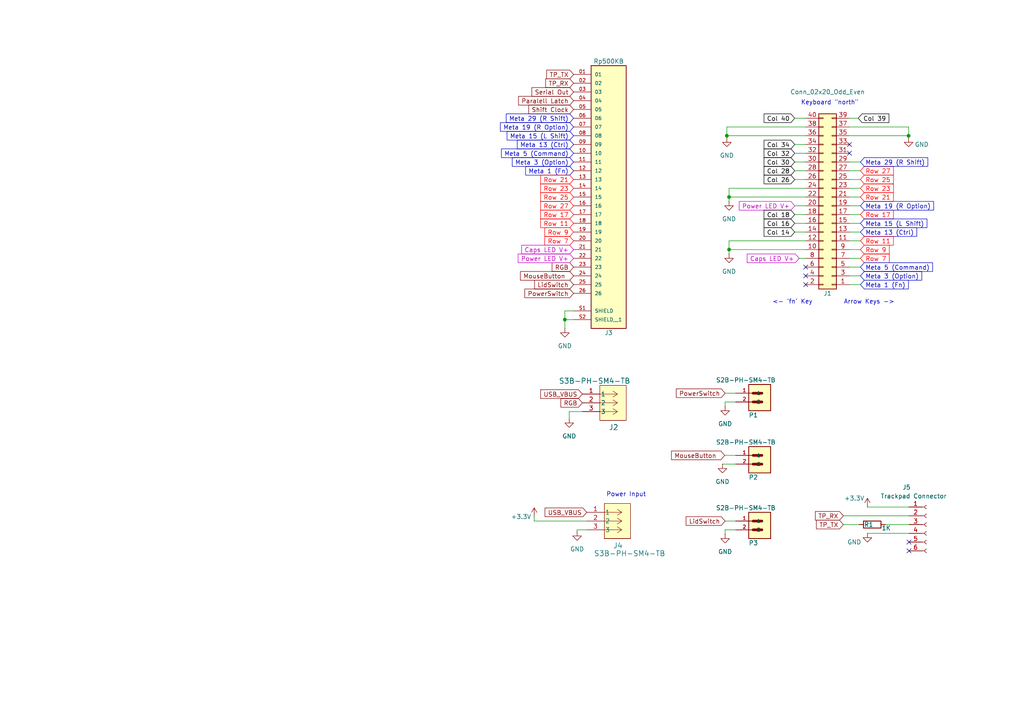
<source format=kicad_sch>
(kicad_sch (version 20231120) (generator "eeschema") (generator_version "8.0")
  (paper "A4")
  (lib_symbols
    (symbol "10051922-2610ELF:10051922-2610ELF" (pin_names (offset 1.016))
      (property "Reference" "J" (at -5.08 38.1 0))
      (property "Value" "10051922-2610ELF" (at -5.08 -43.18 0))
      (symbol "10051922-2610ELF_0_0"
        (rectangle (start -5.08 -40.64) (end 5.08 35.56) (stroke (width 0.254)) (fill (type background)))
        (pin passive line (at -10.16 33.02 0) (length 5.08) (name "01") (number "01"))
        (pin passive line (at -10.16 30.48 0) (length 5.08) (name "02") (number "02"))
        (pin passive line (at -10.16 27.94 0) (length 5.08) (name "03") (number "03"))
        (pin passive line (at -10.16 25.4 0) (length 5.08) (name "04") (number "04"))
        (pin passive line (at -10.16 22.86 0) (length 5.08) (name "05") (number "05"))
        (pin passive line (at -10.16 20.32 0) (length 5.08) (name "06") (number "06"))
        (pin passive line (at -10.16 17.78 0) (length 5.08) (name "07") (number "07"))
        (pin passive line (at -10.16 15.24 0) (length 5.08) (name "08") (number "08"))
        (pin passive line (at -10.16 12.7 0) (length 5.08) (name "09") (number "09"))
        (pin passive line (at -10.16 10.16 0) (length 5.08) (name "10") (number "10"))
        (pin passive line (at -10.16 7.62 0) (length 5.08) (name "11") (number "11"))
        (pin passive line (at -10.16 5.08 0) (length 5.08) (name "12") (number "12"))
        (pin passive line (at -10.16 2.54 0) (length 5.08) (name "13") (number "13"))
        (pin passive line (at -10.16 0 0) (length 5.08) (name "14") (number "14"))
        (pin passive line (at -10.16 -2.54 0) (length 5.08) (name "15") (number "15"))
        (pin passive line (at -10.16 -5.08 0) (length 5.08) (name "16") (number "16"))
        (pin passive line (at -10.16 -7.62 0) (length 5.08) (name "17") (number "17"))
        (pin passive line (at -10.16 -10.16 0) (length 5.08) (name "18") (number "18"))
        (pin passive line (at -10.16 -12.7 0) (length 5.08) (name "19") (number "19"))
        (pin passive line (at -10.16 -15.24 0) (length 5.08) (name "20") (number "20"))
        (pin passive line (at -10.16 -17.78 0) (length 5.08) (name "21") (number "21"))
        (pin passive line (at -10.16 -20.32 0) (length 5.08) (name "22") (number "22"))
        (pin passive line (at -10.16 -22.86 0) (length 5.08) (name "23") (number "23"))
        (pin passive line (at -10.16 -25.4 0) (length 5.08) (name "24") (number "24"))
        (pin passive line (at -10.16 -27.94 0) (length 5.08) (name "25") (number "25"))
        (pin passive line (at -10.16 -30.48 0) (length 5.08) (name "26") (number "26"))
        (pin passive line (at -10.16 -35.56 0) (length 5.08) (name "SHIELD") (number "S1"))
        (pin passive line (at -10.16 -38.1 0) (length 5.08) (name "SHIELD__1") (number "S2"))
      )
    )
    (symbol "Aaron:S2B-PH-SM4-TB" (pin_names (offset 1.016))
      (property "Reference" "P" (at -1.2718 3.8155 0))
      (property "Value" "S2B-PH-SM4-TB" (at -1.271 -5.0839 0))
      (symbol "S2B-PH-SM4-TB_0_0"
        (rectangle (start -1.27 -3.81) (end 5.08 3.81) (stroke (width 0.254)) (fill (type background)))
        (polyline (pts (xy 0 -1.27) (xy 2.54 -1.27)) (stroke (width 0.762)))
        (polyline (pts (xy 0 1.27) (xy 2.54 1.27)) (stroke (width 0.762)))
        (pin passive line (at -5.08 1.27 0) (length 5.08) (name "1") (number "1"))
        (pin passive line (at -5.08 -1.27 0) (length 5.08) (name "2") (number "2"))
      )
    )
    (symbol "Aaron:S3B-PH-SM4-TB" (pin_names (offset 0.254))
      (property "Reference" "J4" (at 7.62 -9.652 0))
      (property "Value" "S3B-PH-SM4-TB" (at -6.858 3.81 0))
      (symbol "S3B-PH-SM4-TB_1_1"
        (polyline (pts (xy 5.08 -7.62) (xy 12.7 -7.62)) (stroke (width 0.127)))
        (polyline (pts (xy 10.16 -5.08) (xy 5.08 -5.08)) (stroke (width 0.127)))
        (polyline (pts (xy 10.16 -5.08) (xy 8.89 -5.9267)) (stroke (width 0.127)))
        (polyline (pts (xy 10.16 -5.08) (xy 8.89 -4.2333)) (stroke (width 0.127)))
        (polyline (pts (xy 10.16 -2.54) (xy 5.08 -2.54)) (stroke (width 0.127)))
        (polyline (pts (xy 10.16 -2.54) (xy 8.89 -3.3867)) (stroke (width 0.127)))
        (polyline (pts (xy 10.16 -2.54) (xy 8.89 -1.6933)) (stroke (width 0.127)))
        (polyline (pts (xy 10.16 0) (xy 5.08 0)) (stroke (width 0.127)))
        (polyline (pts (xy 10.16 0) (xy 8.89 -0.8467)) (stroke (width 0.127)))
        (polyline (pts (xy 10.16 0) (xy 8.89 0.8467)) (stroke (width 0.127)))
        (rectangle (start 5.08 2.54) (end 12.7 -7.62) (fill (type background)))
        (pin unspecified line (at 0 0 0) (length 5.08) (name "1") (number "1"))
        (pin unspecified line (at 0 -2.54 0) (length 5.08) (name "2") (number "2"))
        (pin unspecified line (at 0 -5.08 0) (length 5.08) (name "3") (number "3"))
      )
      (symbol "S3B-PH-SM4-TB_1_2"
        (polyline (pts (xy 5.08 -7.62) (xy 12.7 -7.62)) (stroke (width 0.127)))
        (polyline (pts (xy 5.08 2.54) (xy 5.08 -7.62)) (stroke (width 0.127)))
        (polyline (pts (xy 7.62 -5.08) (xy 5.08 -5.08)) (stroke (width 0.127)))
        (polyline (pts (xy 7.62 -5.08) (xy 8.89 -5.9267)) (stroke (width 0.127)))
        (polyline (pts (xy 7.62 -5.08) (xy 8.89 -4.2333)) (stroke (width 0.127)))
        (polyline (pts (xy 7.62 -2.54) (xy 5.08 -2.54)) (stroke (width 0.127)))
        (polyline (pts (xy 7.62 -2.54) (xy 8.89 -3.3867)) (stroke (width 0.127)))
        (polyline (pts (xy 7.62 -2.54) (xy 8.89 -1.6933)) (stroke (width 0.127)))
        (polyline (pts (xy 7.62 0) (xy 5.08 0)) (stroke (width 0.127)))
        (polyline (pts (xy 7.62 0) (xy 8.89 -0.8467)) (stroke (width 0.127)))
        (polyline (pts (xy 7.62 0) (xy 8.89 0.8467)) (stroke (width 0.127)))
        (polyline (pts (xy 12.7 -7.62) (xy 12.7 2.54)) (stroke (width 0.127)))
        (polyline (pts (xy 12.7 2.54) (xy 5.08 2.54)) (stroke (width 0.127)))
        (pin unspecified line (at 0 0 0) (length 5.08) (name "1") (number "1"))
        (pin unspecified line (at 0 -2.54 0) (length 5.08) (name "2") (number "2"))
        (pin unspecified line (at 0 -5.08 0) (length 5.08) (name "3") (number "3"))
      )
    )
    (symbol "Connector:Conn_01x06_Socket" (pin_names (offset 1.016) hide)
      (property "Reference" "J" (at 0 7.62 0))
      (property "Value" "Conn_01x06_Socket" (at 0 -10.16 0))
      (symbol "Conn_01x06_Socket_1_1"
        (arc (start 0 -7.112) (mid -0.5058 -7.62) (end 0 -8.128) (stroke (width 0.1524)))
        (arc (start 0 -4.572) (mid -0.5058 -5.08) (end 0 -5.588) (stroke (width 0.1524)))
        (arc (start 0 -2.032) (mid -0.5058 -2.54) (end 0 -3.048) (stroke (width 0.1524)))
        (polyline (pts (xy -1.27 -7.62) (xy -0.508 -7.62)) (stroke (width 0.1524)))
        (polyline (pts (xy -1.27 -5.08) (xy -0.508 -5.08)) (stroke (width 0.1524)))
        (polyline (pts (xy -1.27 -2.54) (xy -0.508 -2.54)) (stroke (width 0.1524)))
        (polyline (pts (xy -1.27 0) (xy -0.508 0)) (stroke (width 0.1524)))
        (polyline (pts (xy -1.27 2.54) (xy -0.508 2.54)) (stroke (width 0.1524)))
        (polyline (pts (xy -1.27 5.08) (xy -0.508 5.08)) (stroke (width 0.1524)))
        (arc (start 0 0.508) (mid -0.5058 0) (end 0 -0.508) (stroke (width 0.1524)))
        (arc (start 0 3.048) (mid -0.5058 2.54) (end 0 2.032) (stroke (width 0.1524)))
        (arc (start 0 5.588) (mid -0.5058 5.08) (end 0 4.572) (stroke (width 0.1524)))
        (pin passive line (at -5.08 5.08 0) (length 3.81) (name "Pin_1") (number "1"))
        (pin passive line (at -5.08 2.54 0) (length 3.81) (name "Pin_2") (number "2"))
        (pin passive line (at -5.08 0 0) (length 3.81) (name "Pin_3") (number "3"))
        (pin passive line (at -5.08 -2.54 0) (length 3.81) (name "Pin_4") (number "4"))
        (pin passive line (at -5.08 -5.08 0) (length 3.81) (name "Pin_5") (number "5"))
        (pin passive line (at -5.08 -7.62 0) (length 3.81) (name "Pin_6") (number "6"))
      )
    )
    (symbol "Connector_Generic:Conn_02x20_Odd_Even" (pin_names (offset 1.016) hide)
      (property "Reference" "J" (at 1.27 25.4 0))
      (property "Value" "Conn_02x20_Odd_Even" (at 1.27 -27.94 0))
      (symbol "Conn_02x20_Odd_Even_1_1"
        (rectangle (start -1.27 -25.273) (end 0 -25.527) (stroke (width 0.1524)))
        (rectangle (start -1.27 -22.733) (end 0 -22.987) (stroke (width 0.1524)))
        (rectangle (start -1.27 -20.193) (end 0 -20.447) (stroke (width 0.1524)))
        (rectangle (start -1.27 -17.653) (end 0 -17.907) (stroke (width 0.1524)))
        (rectangle (start -1.27 -15.113) (end 0 -15.367) (stroke (width 0.1524)))
        (rectangle (start -1.27 -12.573) (end 0 -12.827) (stroke (width 0.1524)))
        (rectangle (start -1.27 -10.033) (end 0 -10.287) (stroke (width 0.1524)))
        (rectangle (start -1.27 -7.493) (end 0 -7.747) (stroke (width 0.1524)))
        (rectangle (start -1.27 -4.953) (end 0 -5.207) (stroke (width 0.1524)))
        (rectangle (start -1.27 -2.413) (end 0 -2.667) (stroke (width 0.1524)))
        (rectangle (start -1.27 0.127) (end 0 -0.127) (stroke (width 0.1524)))
        (rectangle (start -1.27 2.667) (end 0 2.413) (stroke (width 0.1524)))
        (rectangle (start -1.27 5.207) (end 0 4.953) (stroke (width 0.1524)))
        (rectangle (start -1.27 7.747) (end 0 7.493) (stroke (width 0.1524)))
        (rectangle (start -1.27 10.287) (end 0 10.033) (stroke (width 0.1524)))
        (rectangle (start -1.27 12.827) (end 0 12.573) (stroke (width 0.1524)))
        (rectangle (start -1.27 15.367) (end 0 15.113) (stroke (width 0.1524)))
        (rectangle (start -1.27 17.907) (end 0 17.653) (stroke (width 0.1524)))
        (rectangle (start -1.27 20.447) (end 0 20.193) (stroke (width 0.1524)))
        (rectangle (start -1.27 22.987) (end 0 22.733) (stroke (width 0.1524)))
        (rectangle (start -1.27 24.13) (end 3.81 -26.67) (stroke (width 0.254)) (fill (type background)))
        (rectangle (start 3.81 -25.273) (end 2.54 -25.527) (stroke (width 0.1524)))
        (rectangle (start 3.81 -22.733) (end 2.54 -22.987) (stroke (width 0.1524)))
        (rectangle (start 3.81 -20.193) (end 2.54 -20.447) (stroke (width 0.1524)))
        (rectangle (start 3.81 -17.653) (end 2.54 -17.907) (stroke (width 0.1524)))
        (rectangle (start 3.81 -15.113) (end 2.54 -15.367) (stroke (width 0.1524)))
        (rectangle (start 3.81 -12.573) (end 2.54 -12.827) (stroke (width 0.1524)))
        (rectangle (start 3.81 -10.033) (end 2.54 -10.287) (stroke (width 0.1524)))
        (rectangle (start 3.81 -7.493) (end 2.54 -7.747) (stroke (width 0.1524)))
        (rectangle (start 3.81 -4.953) (end 2.54 -5.207) (stroke (width 0.1524)))
        (rectangle (start 3.81 -2.413) (end 2.54 -2.667) (stroke (width 0.1524)))
        (rectangle (start 3.81 0.127) (end 2.54 -0.127) (stroke (width 0.1524)))
        (rectangle (start 3.81 2.667) (end 2.54 2.413) (stroke (width 0.1524)))
        (rectangle (start 3.81 5.207) (end 2.54 4.953) (stroke (width 0.1524)))
        (rectangle (start 3.81 7.747) (end 2.54 7.493) (stroke (width 0.1524)))
        (rectangle (start 3.81 10.287) (end 2.54 10.033) (stroke (width 0.1524)))
        (rectangle (start 3.81 12.827) (end 2.54 12.573) (stroke (width 0.1524)))
        (rectangle (start 3.81 15.367) (end 2.54 15.113) (stroke (width 0.1524)))
        (rectangle (start 3.81 17.907) (end 2.54 17.653) (stroke (width 0.1524)))
        (rectangle (start 3.81 20.447) (end 2.54 20.193) (stroke (width 0.1524)))
        (rectangle (start 3.81 22.987) (end 2.54 22.733) (stroke (width 0.1524)))
        (pin passive line (at -5.08 22.86 0) (length 3.81) (name "Pin_1") (number "1"))
        (pin passive line (at 7.62 12.7 180) (length 3.81) (name "Pin_10") (number "10"))
        (pin passive line (at -5.08 10.16 0) (length 3.81) (name "Pin_11") (number "11"))
        (pin passive line (at 7.62 10.16 180) (length 3.81) (name "Pin_12") (number "12"))
        (pin passive line (at -5.08 7.62 0) (length 3.81) (name "Pin_13") (number "13"))
        (pin passive line (at 7.62 7.62 180) (length 3.81) (name "Pin_14") (number "14"))
        (pin passive line (at -5.08 5.08 0) (length 3.81) (name "Pin_15") (number "15"))
        (pin passive line (at 7.62 5.08 180) (length 3.81) (name "Pin_16") (number "16"))
        (pin passive line (at -5.08 2.54 0) (length 3.81) (name "Pin_17") (number "17"))
        (pin passive line (at 7.62 2.54 180) (length 3.81) (name "Pin_18") (number "18"))
        (pin passive line (at -5.08 0 0) (length 3.81) (name "Pin_19") (number "19"))
        (pin passive line (at 7.62 22.86 180) (length 3.81) (name "Pin_2") (number "2"))
        (pin passive line (at 7.62 0 180) (length 3.81) (name "Pin_20") (number "20"))
        (pin passive line (at -5.08 -2.54 0) (length 3.81) (name "Pin_21") (number "21"))
        (pin passive line (at 7.62 -2.54 180) (length 3.81) (name "Pin_22") (number "22"))
        (pin passive line (at -5.08 -5.08 0) (length 3.81) (name "Pin_23") (number "23"))
        (pin passive line (at 7.62 -5.08 180) (length 3.81) (name "Pin_24") (number "24"))
        (pin passive line (at -5.08 -7.62 0) (length 3.81) (name "Pin_25") (number "25"))
        (pin passive line (at 7.62 -7.62 180) (length 3.81) (name "Pin_26") (number "26"))
        (pin passive line (at -5.08 -10.16 0) (length 3.81) (name "Pin_27") (number "27"))
        (pin passive line (at 7.62 -10.16 180) (length 3.81) (name "Pin_28") (number "28"))
        (pin passive line (at -5.08 -12.7 0) (length 3.81) (name "Pin_29") (number "29"))
        (pin passive line (at -5.08 20.32 0) (length 3.81) (name "Pin_3") (number "3"))
        (pin passive line (at 7.62 -12.7 180) (length 3.81) (name "Pin_30") (number "30"))
        (pin passive line (at -5.08 -15.24 0) (length 3.81) (name "Pin_31") (number "31"))
        (pin passive line (at 7.62 -15.24 180) (length 3.81) (name "Pin_32") (number "32"))
        (pin passive line (at -5.08 -17.78 0) (length 3.81) (name "Pin_33") (number "33"))
        (pin passive line (at 7.62 -17.78 180) (length 3.81) (name "Pin_34") (number "34"))
        (pin passive line (at -5.08 -20.32 0) (length 3.81) (name "Pin_35") (number "35"))
        (pin passive line (at 7.62 -20.32 180) (length 3.81) (name "Pin_36") (number "36"))
        (pin passive line (at -5.08 -22.86 0) (length 3.81) (name "Pin_37") (number "37"))
        (pin passive line (at 7.62 -22.86 180) (length 3.81) (name "Pin_38") (number "38"))
        (pin passive line (at -5.08 -25.4 0) (length 3.81) (name "Pin_39") (number "39"))
        (pin passive line (at 7.62 20.32 180) (length 3.81) (name "Pin_4") (number "4"))
        (pin passive line (at 7.62 -25.4 180) (length 3.81) (name "Pin_40") (number "40"))
        (pin passive line (at -5.08 17.78 0) (length 3.81) (name "Pin_5") (number "5"))
        (pin passive line (at 7.62 17.78 180) (length 3.81) (name "Pin_6") (number "6"))
        (pin passive line (at -5.08 15.24 0) (length 3.81) (name "Pin_7") (number "7"))
        (pin passive line (at 7.62 15.24 180) (length 3.81) (name "Pin_8") (number "8"))
        (pin passive line (at -5.08 12.7 0) (length 3.81) (name "Pin_9") (number "9"))
      )
    )
    (symbol "Device:R" (pin_numbers hide) (pin_names (offset 0))
      (property "Reference" "R" (at 2.032 0 90))
      (property "Value" "R" (at 0 0 90))
      (symbol "R_0_1"
        (rectangle (start -1.016 -2.54) (end 1.016 2.54) (stroke (width 0.254)))
      )
      (symbol "R_1_1"
        (pin passive line (at 0 3.81 270) (length 1.27) (name "~") (number "1"))
        (pin passive line (at 0 -3.81 90) (length 1.27) (name "~") (number "2"))
      )
    )
    (symbol "power:+3.3V" (power) (pin_numbers hide) (pin_names (offset 0) hide)
      (property "Value" "+3.3V" (at 0 3.556 0))
      (symbol "+3.3V_0_1"
        (polyline (pts (xy -0.762 1.27) (xy 0 2.54)))
        (polyline (pts (xy 0 0) (xy 0 2.54)))
        (polyline (pts (xy 0 2.54) (xy 0.762 1.27)))
      )
      (symbol "+3.3V_1_1"
        (pin power_in line (at 0 0 90) (length 0) (name "~") (number "1"))
      )
    )
    (symbol "power:GND" (power) (pin_numbers hide) (pin_names (offset 0) hide)
      (property "Value" "GND" (at 0 -3.81 0))
      (symbol "GND_0_1"
        (polyline (pts (xy 0 0) (xy 0 -1.27) (xy 1.27 -1.27) (xy 0 -2.54) (xy -1.27 -1.27) (xy 0 -1.27)))
      )
      (symbol "GND_1_1"
        (pin power_in line (at 0 0 270) (length 0) (name "~") (number "1"))
      )
    )
  )
  (junction (at 263.525 39.37))
  (junction (at 210.82 39.37))
  (junction (at 211.455 57.15))
  (junction (at 211.455 72.39))
  (junction (at 163.83 92.71))
  (no_connect (at 246.38 44.45))
  (no_connect (at 233.68 82.55))
  (no_connect (at 263.652 157.226))
  (no_connect (at 246.38 41.91))
  (no_connect (at 233.68 77.47))
  (no_connect (at 233.68 80.01))
  (no_connect (at 263.652 159.766))
  (wire (pts (xy 209.55 134.62) (xy 213.36 134.62)))
  (wire (pts (xy 211.455 69.85) (xy 233.68 69.85)))
  (wire (pts (xy 210.82 39.37) (xy 233.68 39.37)))
  (wire (pts (xy 213.36 116.586) (xy 210.312 116.586)))
  (wire (pts (xy 246.38 36.83) (xy 263.525 36.83)))
  (wire (pts (xy 168.91 119.38) (xy 165.1 119.38)))
  (wire (pts (xy 163.83 92.71) (xy 166.37 92.71)))
  (wire (pts (xy 166.37 90.17) (xy 163.83 90.17)))
  (wire (pts (xy 246.38 34.29) (xy 248.92 34.29)))
  (wire (pts (xy 249.555 54.61) (xy 246.38 54.61)))
  (wire (pts (xy 233.68 62.23) (xy 230.505 62.23)))
  (wire (pts (xy 233.68 67.31) (xy 230.505 67.31)))
  (wire (pts (xy 251.587 147.066) (xy 263.652 147.066)))
  (wire (pts (xy 233.68 72.39) (xy 211.455 72.39)))
  (wire (pts (xy 210.312 116.586) (xy 210.312 117.856)))
  (wire (pts (xy 233.68 57.15) (xy 211.455 57.15)))
  (wire (pts (xy 210.82 36.83) (xy 210.82 39.37)))
  (wire (pts (xy 249.555 52.07) (xy 246.38 52.07)))
  (wire (pts (xy 211.455 57.15) (xy 211.455 58.42)))
  (wire (pts (xy 165.1 119.38) (xy 165.1 121.412)))
  (wire (pts (xy 233.68 49.53) (xy 230.505 49.53)))
  (wire (pts (xy 249.555 49.53) (xy 246.38 49.53)))
  (wire (pts (xy 210.185 132.08) (xy 213.36 132.08)))
  (wire (pts (xy 251.587 154.686) (xy 263.652 154.686)))
  (wire (pts (xy 233.68 41.91) (xy 230.505 41.91)))
  (wire (pts (xy 244.602 149.606) (xy 263.652 149.606)))
  (wire (pts (xy 249.555 72.39) (xy 246.38 72.39)))
  (wire (pts (xy 249.555 57.15) (xy 246.38 57.15)))
  (wire (pts (xy 246.38 80.01) (xy 249.555 80.01)))
  (wire (pts (xy 246.38 46.99) (xy 249.555 46.99)))
  (wire (pts (xy 163.83 90.17) (xy 163.83 92.71)))
  (wire (pts (xy 167.386 153.67) (xy 167.386 154.178)))
  (wire (pts (xy 233.68 52.07) (xy 230.505 52.07)))
  (wire (pts (xy 246.38 59.69) (xy 249.555 59.69)))
  (wire (pts (xy 249.555 69.85) (xy 246.38 69.85)))
  (wire (pts (xy 211.455 69.85) (xy 211.455 72.39)))
  (wire (pts (xy 249.555 67.31) (xy 246.38 67.31)))
  (wire (pts (xy 210.312 114.046) (xy 213.36 114.046)))
  (wire (pts (xy 233.68 36.83) (xy 210.82 36.83)))
  (wire (pts (xy 246.38 62.23) (xy 249.555 62.23)))
  (wire (pts (xy 246.38 82.55) (xy 249.555 82.55)))
  (wire (pts (xy 233.68 59.69) (xy 230.505 59.69)))
  (wire (pts (xy 256.794 152.146) (xy 263.652 152.146)))
  (wire (pts (xy 170.18 151.13) (xy 154.94 151.13)))
  (wire (pts (xy 163.83 95.25) (xy 163.83 92.71)))
  (wire (pts (xy 249.555 64.77) (xy 246.38 64.77)))
  (wire (pts (xy 210.312 153.67) (xy 210.312 154.94)))
  (wire (pts (xy 170.18 153.67) (xy 167.386 153.67)))
  (wire (pts (xy 211.455 72.39) (xy 211.455 73.66)))
  (wire (pts (xy 154.94 151.13) (xy 154.94 149.86)))
  (wire (pts (xy 233.68 64.77) (xy 230.505 64.77)))
  (wire (pts (xy 233.68 34.29) (xy 230.505 34.29)))
  (wire (pts (xy 249.174 152.146) (xy 244.602 152.146)))
  (wire (pts (xy 230.505 44.45) (xy 233.68 44.45)))
  (wire (pts (xy 233.68 54.61) (xy 211.455 54.61)))
  (wire (pts (xy 249.555 74.93) (xy 246.38 74.93)))
  (wire (pts (xy 210.82 39.37) (xy 210.82 40.005)))
  (wire (pts (xy 246.38 39.37) (xy 263.525 39.37)))
  (wire (pts (xy 211.455 54.61) (xy 211.455 57.15)))
  (wire (pts (xy 210.312 151.13) (xy 213.36 151.13)))
  (wire (pts (xy 263.525 36.83) (xy 263.525 39.37)))
  (wire (pts (xy 233.68 46.99) (xy 230.505 46.99)))
  (wire (pts (xy 246.38 77.47) (xy 249.555 77.47)))
  (wire (pts (xy 263.525 39.37) (xy 263.525 40.005)))
  (wire (pts (xy 213.36 153.67) (xy 210.312 153.67)))
  (wire (pts (xy 231.775 74.93) (xy 233.68 74.93)))
  (text "Power Input" (at 181.61 143.51 0) (effects (font (size 1.27 1.27))))
  (text "Keyboard \"north\"" (at 240.665 29.845 0) (effects (font (size 1.27 1.27))))
  (text "<- 'fn' Key" (at 229.87 87.63 0) (effects (font (size 1.27 1.27))))
  (text "Arrow Keys ->" (at 252.095 87.63 0) (effects (font (size 1.27 1.27))))
  (global_label "Power LED V+" (shape input) (at 230.505 59.69 180) (property "Intersheetrefs" "${INTERSHEET_REFS}" (effects (hide yes))))
  (global_label "Row 17" (shape input) (at 249.555 62.23 0) (property "Intersheetrefs" "${INTERSHEET_REFS}" (effects (hide yes))))
  (global_label "Meta 3 (Option)" (shape input) (at 249.555 80.01 0) (property "Intersheetrefs" "${INTERSHEET_REFS}" (effects (hide yes))))
  (global_label "Meta 15 (L Shift)" (shape input) (at 166.37 39.37 180) (property "Intersheetrefs" "${INTERSHEET_REFS}" (effects (hide yes))))
  (global_label "Col 18" (shape input) (at 230.505 62.23 180) (property "Intersheetrefs" "${INTERSHEET_REFS}" (effects (hide yes))))
  (global_label "PowerSwitch" (shape input) (at 210.312 114.046 180) (property "Intersheetrefs" "${INTERSHEET_REFS}" (effects (hide yes))))
  (global_label "Caps LED V+" (shape input) (at 231.775 74.93 180) (property "Intersheetrefs" "${INTERSHEET_REFS}" (effects (hide yes))))
  (global_label "LidSwitch" (shape input) (at 166.37 82.55 180) (property "Intersheetrefs" "${INTERSHEET_REFS}" (effects (hide yes))))
  (global_label "MouseButton " (shape input) (at 210.185 132.08 180) (property "Intersheetrefs" "${INTERSHEET_REFS}" (effects (hide yes))))
  (global_label "Row 27" (shape input) (at 166.37 59.69 180) (property "Intersheetrefs" "${INTERSHEET_REFS}" (effects (hide yes))))
  (global_label "Col 26" (shape input) (at 230.505 52.07 180) (property "Intersheetrefs" "${INTERSHEET_REFS}" (effects (hide yes))))
  (global_label "Row 23" (shape input) (at 249.555 54.61 0) (property "Intersheetrefs" "${INTERSHEET_REFS}" (effects (hide yes))))
  (global_label "Row 17" (shape input) (at 166.37 62.23 180) (property "Intersheetrefs" "${INTERSHEET_REFS}" (effects (hide yes))))
  (global_label "Meta 13 (Ctrl)" (shape input) (at 166.37 41.91 180) (property "Intersheetrefs" "${INTERSHEET_REFS}" (effects (hide yes))))
  (global_label "Row 21" (shape input) (at 249.555 57.15 0) (property "Intersheetrefs" "${INTERSHEET_REFS}" (effects (hide yes))))
  (global_label "Row 9" (shape input) (at 249.555 72.39 0) (property "Intersheetrefs" "${INTERSHEET_REFS}" (effects (hide yes))))
  (global_label "Col 28" (shape input) (at 230.505 49.53 180) (property "Intersheetrefs" "${INTERSHEET_REFS}" (effects (hide yes))))
  (global_label "Meta 15 (L Shift)" (shape input) (at 249.555 64.77 0) (property "Intersheetrefs" "${INTERSHEET_REFS}" (effects (hide yes))))
  (global_label "Power LED V+" (shape input) (at 166.37 74.93 180) (property "Intersheetrefs" "${INTERSHEET_REFS}" (effects (hide yes))))
  (global_label "USB_VBUS" (shape input) (at 170.18 148.59 180) (property "Intersheetrefs" "${INTERSHEET_REFS}" (effects (hide yes))))
  (global_label "Row 25" (shape input) (at 166.37 57.15 180) (property "Intersheetrefs" "${INTERSHEET_REFS}" (effects (hide yes))))
  (global_label "Meta 5 (Command)" (shape input) (at 249.555 77.47 0) (property "Intersheetrefs" "${INTERSHEET_REFS}" (effects (hide yes))))
  (global_label "Meta 29 (R Shift)" (shape input) (at 166.37 34.29 180) (property "Intersheetrefs" "${INTERSHEET_REFS}" (effects (hide yes))))
  (global_label "MouseButton " (shape input) (at 166.37 80.01 180) (property "Intersheetrefs" "${INTERSHEET_REFS}" (effects (hide yes))))
  (global_label "Meta 19 (R Option)" (shape input) (at 249.555 59.69 0) (property "Intersheetrefs" "${INTERSHEET_REFS}" (effects (hide yes))))
  (global_label "Meta 1 (Fn)" (shape input) (at 166.37 49.53 180) (property "Intersheetrefs" "${INTERSHEET_REFS}" (effects (hide yes))))
  (global_label "Col 34" (shape input) (at 230.505 41.91 180) (property "Intersheetrefs" "${INTERSHEET_REFS}" (effects (hide yes))))
  (global_label "Meta 13 (Ctrl)" (shape input) (at 249.555 67.31 0) (property "Intersheetrefs" "${INTERSHEET_REFS}" (effects (hide yes))))
  (global_label "LidSwitch" (shape input) (at 210.312 151.13 180) (property "Intersheetrefs" "${INTERSHEET_REFS}" (effects (hide yes))))
  (global_label "Col 39" (shape input) (at 248.92 34.29 0) (property "Intersheetrefs" "${INTERSHEET_REFS}" (effects (hide yes))))
  (global_label "Meta 1 (Fn)" (shape input) (at 249.555 82.55 0) (property "Intersheetrefs" "${INTERSHEET_REFS}" (effects (hide yes))))
  (global_label "TP_RX" (shape input) (at 166.37 24.13 180) (property "Intersheetrefs" "${INTERSHEET_REFS}" (effects (hide yes))))
  (global_label "Col 30" (shape input) (at 230.505 46.99 180) (property "Intersheetrefs" "${INTERSHEET_REFS}" (effects (hide yes))))
  (global_label "Row 25" (shape input) (at 249.555 52.07 0) (property "Intersheetrefs" "${INTERSHEET_REFS}" (effects (hide yes))))
  (global_label "Col 32" (shape input) (at 230.505 44.45 180) (property "Intersheetrefs" "${INTERSHEET_REFS}" (effects (hide yes))))
  (global_label "TP_TX" (shape input) (at 244.602 152.146 180) (property "Intersheetrefs" "${INTERSHEET_REFS}" (effects (hide yes))))
  (global_label "RGB" (shape input) (at 166.37 77.47 180) (property "Intersheetrefs" "${INTERSHEET_REFS}" (effects (hide yes))))
  (global_label "Col 40" (shape input) (at 230.505 34.29 180) (property "Intersheetrefs" "${INTERSHEET_REFS}" (effects (hide yes))))
  (global_label "Meta 19 (R Option)" (shape input) (at 166.37 36.83 180) (property "Intersheetrefs" "${INTERSHEET_REFS}" (effects (hide yes))))
  (global_label "RGB" (shape input) (at 168.91 116.84 180) (property "Intersheetrefs" "${INTERSHEET_REFS}" (effects (hide yes))))
  (global_label "Row 7" (shape input) (at 249.555 74.93 0) (property "Intersheetrefs" "${INTERSHEET_REFS}" (effects (hide yes))))
  (global_label "Col 14" (shape input) (at 230.505 67.31 180) (property "Intersheetrefs" "${INTERSHEET_REFS}" (effects (hide yes))))
  (global_label "Row 11" (shape input) (at 249.555 69.85 0) (property "Intersheetrefs" "${INTERSHEET_REFS}" (effects (hide yes))))
  (global_label "USB_VBUS" (shape input) (at 168.91 114.3 180) (property "Intersheetrefs" "${INTERSHEET_REFS}" (effects (hide yes))))
  (global_label "TP_RX" (shape input) (at 244.602 149.606 180) (property "Intersheetrefs" "${INTERSHEET_REFS}" (effects (hide yes))))
  (global_label "Paralell Latch" (shape input) (at 166.37 29.21 180) (property "Intersheetrefs" "${INTERSHEET_REFS}" (effects (hide yes))))
  (global_label "Row 21" (shape input) (at 166.37 52.07 180) (property "Intersheetrefs" "${INTERSHEET_REFS}" (effects (hide yes))))
  (global_label "Row 23" (shape input) (at 166.37 54.61 180) (property "Intersheetrefs" "${INTERSHEET_REFS}" (effects (hide yes))))
  (global_label "Serial Out" (shape input) (at 166.37 26.67 180) (property "Intersheetrefs" "${INTERSHEET_REFS}" (effects (hide yes))))
  (global_label "Row 7" (shape input) (at 166.37 69.85 180) (property "Intersheetrefs" "${INTERSHEET_REFS}" (effects (hide yes))))
  (global_label "Col 16" (shape input) (at 230.505 64.77 180) (property "Intersheetrefs" "${INTERSHEET_REFS}" (effects (hide yes))))
  (global_label "Row 27" (shape input) (at 249.555 49.53 0) (property "Intersheetrefs" "${INTERSHEET_REFS}" (effects (hide yes))))
  (global_label "Shift Clock" (shape input) (at 166.37 31.75 180) (property "Intersheetrefs" "${INTERSHEET_REFS}" (effects (hide yes))))
  (global_label "Meta 3 (Option)" (shape input) (at 166.37 46.99 180) (property "Intersheetrefs" "${INTERSHEET_REFS}" (effects (hide yes))))
  (global_label "TP_TX" (shape input) (at 166.37 21.59 180) (property "Intersheetrefs" "${INTERSHEET_REFS}" (effects (hide yes))))
  (global_label "PowerSwitch" (shape input) (at 166.37 85.09 180) (property "Intersheetrefs" "${INTERSHEET_REFS}" (effects (hide yes))))
  (global_label "Row 11" (shape input) (at 166.37 64.77 180) (property "Intersheetrefs" "${INTERSHEET_REFS}" (effects (hide yes))))
  (global_label "Caps LED V+" (shape input) (at 166.37 72.39 180) (property "Intersheetrefs" "${INTERSHEET_REFS}" (effects (hide yes))))
  (global_label "Row 9" (shape input) (at 166.37 67.31 180) (property "Intersheetrefs" "${INTERSHEET_REFS}" (effects (hide yes))))
  (global_label "Meta 5 (Command)" (shape input) (at 166.37 44.45 180) (property "Intersheetrefs" "${INTERSHEET_REFS}" (effects (hide yes))))
  (global_label "Meta 29 (R Shift)" (shape input) (at 249.555 46.99 0) (property "Intersheetrefs" "${INTERSHEET_REFS}" (effects (hide yes))))
  (symbol (lib_id "Aaron:S2B-PH-SM4-TB") (at 218.44 152.4 0) (unit 1)
    (property "Reference" "P3" (at 217.17 157.48 0) (effects (justify left)))
    (property "Value" "S2B-PH-SM4-TB" (at 207.645 147.32 0) (effects (justify left)))
    (property "Footprint" "Aaron:JST_S2B-PH-SM4-TB" (effects (hide yes)))
    (property "MANUFACTURER" "JST" (effects (hide yes)))
  )
  (symbol (lib_id "Aaron:S3B-PH-SM4-TB") (at 170.18 148.59 0) (unit 1)
    (property "Reference" "J4" (at 177.8 158.242 0) (effects (font (size 1.524 1.524)) (justify left)))
    (property "Value" "S3B-PH-SM4-TB" (at 172.212 160.528 0) (effects (font (size 1.524 1.524)) (justify left)))
    (property "Footprint" "Aaron:CONN3_S3B-PH_JST" (effects (hide yes)))
    (property "Datasheet" "S3B-PH-SM4-TB" (effects (hide yes)))
  )
  (symbol (lib_id "power:GND") (at 210.82 40.005 0) (unit 1)
    (property "Reference" "#PWR01" (effects (hide yes)))
    (property "Value" "GND" (at 210.82 45.085 0))
    (property "Description" "Power symbol creates a global label with name \"GND\" , ground" (effects (hide yes)))
  )
  (symbol (lib_id "power:GND") (at 163.83 95.25 0) (mirror y) (unit 1)
    (property "Reference" "#PWR022" (effects (hide yes)))
    (property "Value" "GND" (at 163.83 100.33 0))
    (property "Description" "Power symbol creates a global label with name \"GND\" , ground" (effects (hide yes)))
  )
  (symbol (lib_id "power:GND") (at 210.312 117.856 0) (unit 1)
    (property "Reference" "#PWR018" (effects (hide yes)))
    (property "Value" "GND" (at 210.312 122.936 0))
    (property "Description" "Power symbol creates a global label with name \"GND\" , ground" (effects (hide yes)))
  )
  (symbol (lib_id "power:GND") (at 167.386 154.178 0) (unit 1)
    (property "Reference" "#PWR016" (effects (hide yes)))
    (property "Value" "GND" (at 167.386 159.258 0))
    (property "Description" "Power symbol creates a global label with name \"GND\" , ground" (effects (hide yes)))
  )
  (symbol (lib_id "Aaron:S2B-PH-SM4-TB") (at 218.44 115.316 0) (unit 1)
    (property "Reference" "P1" (at 217.17 120.396 0) (effects (justify left)))
    (property "Value" "S2B-PH-SM4-TB" (at 207.645 110.236 0) (effects (justify left)))
    (property "Footprint" "Aaron:JST_S2B-PH-SM4-TB" (effects (hide yes)))
    (property "MANUFACTURER" "JST" (effects (hide yes)))
  )
  (symbol (lib_id "power:+3.3V") (at 154.94 149.86 0) (unit 1)
    (property "Reference" "#PWR014" (effects (hide yes)))
    (property "Value" "+3.3V" (at 151.13 149.86 0))
    (property "Description" "Power symbol creates a global label with name \"+3.3V\"" (effects (hide yes)))
  )
  (symbol (lib_id "power:GND") (at 263.525 40.005 0) (unit 1)
    (property "Reference" "#PWR04" (effects (hide yes)))
    (property "Value" "GND" (at 267.335 41.91 0))
    (property "Description" "Power symbol creates a global label with name \"GND\" , ground" (effects (hide yes)))
  )
  (symbol (lib_id "Connector:Conn_01x06_Socket") (at 268.732 152.146 0) (unit 1)
    (property "Reference" "J5" (at 261.747 141.351 0) (effects (justify left)))
    (property "Value" "Trackpad Connector" (at 255.397 143.891 0) (effects (justify left)))
    (property "Footprint" "Aaron:AMPHENOL_SFW6S-2STE1LF" (effects (hide yes)))
    (property "Description" "Generic connector, single row, 01x06, script generated" (effects (hide yes)))
  )
  (symbol (lib_id "power:GND") (at 251.587 154.686 0) (mirror y) (unit 1)
    (property "Reference" "#PWR021" (effects (hide yes)))
    (property "Value" "GND" (at 247.777 157.226 0))
    (property "Description" "Power symbol creates a global label with name \"GND\" , ground" (effects (hide yes)))
  )
  (symbol (lib_id "power:GND") (at 209.55 134.62 0) (unit 1)
    (property "Reference" "#PWR017" (effects (hide yes)))
    (property "Value" "GND" (at 209.55 139.7 0))
    (property "Description" "Power symbol creates a global label with name \"GND\" , ground" (effects (hide yes)))
  )
  (symbol (lib_id "power:GND") (at 165.1 121.412 0) (unit 1)
    (property "Reference" "#PWR015" (effects (hide yes)))
    (property "Value" "GND" (at 165.1 126.492 0))
    (property "Description" "Power symbol creates a global label with name \"GND\" , ground" (effects (hide yes)))
  )
  (symbol (lib_id "10051922-2610ELF:10051922-2610ELF") (at 176.53 54.61 0) (unit 1)
    (property "Reference" "J3" (at 176.53 96.52 0))
    (property "Value" "Rp500KB" (at 176.53 17.78 0))
    (property "Footprint" "Aaron:AMPHENOL_10051922-2610ELF" (effects (hide yes)))
    (property "Description" "Generic connector, double row, 02x13, counter clockwise pin numbering scheme (similar to DIP package numbering), script generated (kicad-library-utils/schlib/autogen/connector/)" (effects (hide yes)))
    (property "PARTREV" "J" (effects (hide yes)))
    (property "SNAPEDA_PN" "10051922-2610ELF" (effects (hide yes)))
    (property "MANUFACTURER" "Amphenol" (effects (hide yes)))
    (property "MAXIMUM_PACKAGE_HEIGHT" "3.37mm" (effects (hide yes)))
    (property "STANDARD" "Manufacturer Recommendations" (effects (hide yes)))
  )
  (symbol (lib_id "Aaron:S2B-PH-SM4-TB") (at 218.44 133.35 0) (unit 1)
    (property "Reference" "P2" (at 217.17 138.43 0) (effects (justify left)))
    (property "Value" "S2B-PH-SM4-TB" (at 207.645 128.27 0) (effects (justify left)))
    (property "Footprint" "Aaron:JST_S2B-PH-SM4-TB" (effects (hide yes)))
    (property "MANUFACTURER" "JST" (effects (hide yes)))
  )
  (symbol (lib_id "Connector_Generic:Conn_02x20_Odd_Even") (at 241.3 59.69 180) (unit 1)
    (property "Reference" "J1" (at 240.03 85.09 0))
    (property "Value" "Conn_02x20_Odd_Even" (at 240.03 26.67 0))
    (property "Footprint" "Aaron:2x20_1.27_DIP_F" (effects (hide yes)))
    (property "Description" "Generic connector, double row, 02x20, odd/even pin numbering scheme (row 1 odd numbers, row 2 even numbers), script generated (kicad-library-utils/schlib/autogen/connector/)" (effects (hide yes)))
  )
  (symbol (lib_id "power:GND") (at 211.455 73.66 0) (unit 1)
    (property "Reference" "#PWR03" (effects (hide yes)))
    (property "Value" "GND" (at 211.455 78.74 0))
    (property "Description" "Power symbol creates a global label with name \"GND\" , ground" (effects (hide yes)))
  )
  (symbol (lib_id "Device:R") (at 252.984 152.146 90) (unit 1)
    (property "Reference" "R1" (at 251.968 152.146 90))
    (property "Value" "1K" (at 257.048 153.162 90))
    (property "Footprint" "Resistor_SMD:R_0805_2012Metric" (effects (hide yes)))
    (property "Description" "Resistor" (effects (hide yes)))
  )
  (symbol (lib_id "Aaron:S3B-PH-SM4-TB") (at 168.91 114.3 0) (unit 1)
    (property "Reference" "J2" (at 176.53 123.952 0) (effects (font (size 1.524 1.524)) (justify left)))
    (property "Value" "S3B-PH-SM4-TB" (at 162.052 110.49 0) (effects (font (size 1.524 1.524)) (justify left)))
    (property "Footprint" "Aaron:CONN3_S3B-PH_JST" (effects (hide yes)))
    (property "Datasheet" "S3B-PH-SM4-TB" (effects (hide yes)))
  )
  (symbol (lib_id "power:GND") (at 210.312 154.94 0) (unit 1)
    (property "Reference" "#PWR019" (effects (hide yes)))
    (property "Value" "GND" (at 210.312 160.02 0))
    (property "Description" "Power symbol creates a global label with name \"GND\" , ground" (effects (hide yes)))
  )
  (symbol (lib_id "power:GND") (at 211.455 58.42 0) (unit 1)
    (property "Reference" "#PWR02" (effects (hide yes)))
    (property "Value" "GND" (at 211.455 63.5 0))
    (property "Description" "Power symbol creates a global label with name \"GND\" , ground" (effects (hide yes)))
  )
  (symbol (lib_id "power:+3.3V") (at 251.587 147.066 0) (unit 1)
    (property "Reference" "#PWR020" (effects (hide yes)))
    (property "Value" "+3.3V" (at 247.777 144.526 0))
    (property "Description" "Power symbol creates a global label with name \"+3.3V\"" (effects (hide yes)))
  )
)
</source>
